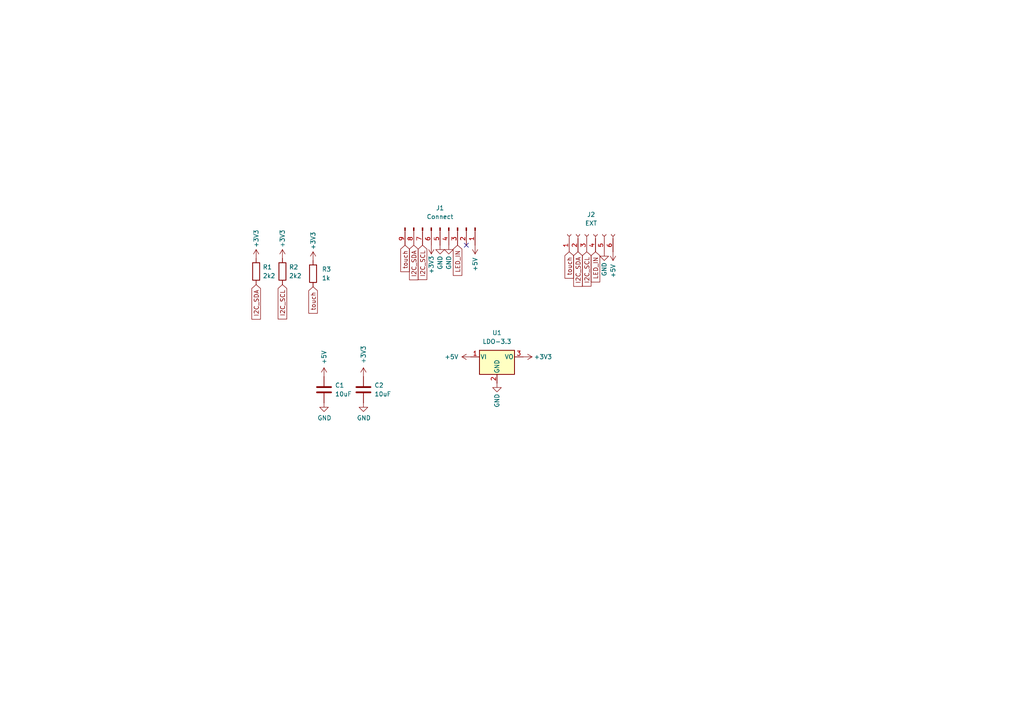
<source format=kicad_sch>
(kicad_sch (version 20211123) (generator eeschema)
  (paper "A4")
  (lib_symbols
    (symbol "Connector:Conn_01x06_Female" (pin_names (offset 1.016) hide)
      (property "Reference" "J" (at 0 7.62 0))
      (property "Value" "Conn_01x06_Female" (at 0 -10.16 0))
      (symbol "Conn_01x06_Female_1_1"
        (arc (start 0 -7.112) (mid -0.508 -7.62) (end 0 -8.128) (stroke (width 0.1524)))
        (arc (start 0 -4.572) (mid -0.508 -5.08) (end 0 -5.588) (stroke (width 0.1524)))
        (arc (start 0 -2.032) (mid -0.508 -2.54) (end 0 -3.048) (stroke (width 0.1524)))
        (polyline (pts (xy -1.27 -7.62) (xy -0.508 -7.62)) (stroke (width 0.1524)))
        (polyline (pts (xy -1.27 -5.08) (xy -0.508 -5.08)) (stroke (width 0.1524)))
        (polyline (pts (xy -1.27 -2.54) (xy -0.508 -2.54)) (stroke (width 0.1524)))
        (polyline (pts (xy -1.27 0) (xy -0.508 0)) (stroke (width 0.1524)))
        (polyline (pts (xy -1.27 2.54) (xy -0.508 2.54)) (stroke (width 0.1524)))
        (polyline (pts (xy -1.27 5.08) (xy -0.508 5.08)) (stroke (width 0.1524)))
        (arc (start 0 0.508) (mid -0.508 0) (end 0 -0.508) (stroke (width 0.1524)))
        (arc (start 0 3.048) (mid -0.508 2.54) (end 0 2.032) (stroke (width 0.1524)))
        (arc (start 0 5.588) (mid -0.508 5.08) (end 0 4.572) (stroke (width 0.1524)))
        (pin passive line (at -5.08 5.08 0) (length 3.81) (name "Pin_1") (number "1"))
        (pin passive line (at -5.08 2.54 0) (length 3.81) (name "Pin_2") (number "2"))
        (pin passive line (at -5.08 0 0) (length 3.81) (name "Pin_3") (number "3"))
        (pin passive line (at -5.08 -2.54 0) (length 3.81) (name "Pin_4") (number "4"))
        (pin passive line (at -5.08 -5.08 0) (length 3.81) (name "Pin_5") (number "5"))
        (pin passive line (at -5.08 -7.62 0) (length 3.81) (name "Pin_6") (number "6"))
      )
    )
    (symbol "Connector:Conn_01x09_Male" (pin_names (offset 1.016) hide)
      (property "Reference" "J" (at 0 12.7 0))
      (property "Value" "Conn_01x09_Male" (at 0 -12.7 0))
      (symbol "Conn_01x09_Male_1_1"
        (polyline (pts (xy 1.27 -10.16) (xy 0.8636 -10.16)) (stroke (width 0.1524)))
        (polyline (pts (xy 1.27 -7.62) (xy 0.8636 -7.62)) (stroke (width 0.1524)))
        (polyline (pts (xy 1.27 -5.08) (xy 0.8636 -5.08)) (stroke (width 0.1524)))
        (polyline (pts (xy 1.27 -2.54) (xy 0.8636 -2.54)) (stroke (width 0.1524)))
        (polyline (pts (xy 1.27 0) (xy 0.8636 0)) (stroke (width 0.1524)))
        (polyline (pts (xy 1.27 2.54) (xy 0.8636 2.54)) (stroke (width 0.1524)))
        (polyline (pts (xy 1.27 5.08) (xy 0.8636 5.08)) (stroke (width 0.1524)))
        (polyline (pts (xy 1.27 7.62) (xy 0.8636 7.62)) (stroke (width 0.1524)))
        (polyline (pts (xy 1.27 10.16) (xy 0.8636 10.16)) (stroke (width 0.1524)))
        (rectangle (start 0.8636 -10.033) (end 0 -10.287) (stroke (width 0.1524)) (fill (type outline)))
        (rectangle (start 0.8636 -7.493) (end 0 -7.747) (stroke (width 0.1524)) (fill (type outline)))
        (rectangle (start 0.8636 -4.953) (end 0 -5.207) (stroke (width 0.1524)) (fill (type outline)))
        (rectangle (start 0.8636 -2.413) (end 0 -2.667) (stroke (width 0.1524)) (fill (type outline)))
        (rectangle (start 0.8636 0.127) (end 0 -0.127) (stroke (width 0.1524)) (fill (type outline)))
        (rectangle (start 0.8636 2.667) (end 0 2.413) (stroke (width 0.1524)) (fill (type outline)))
        (rectangle (start 0.8636 5.207) (end 0 4.953) (stroke (width 0.1524)) (fill (type outline)))
        (rectangle (start 0.8636 7.747) (end 0 7.493) (stroke (width 0.1524)) (fill (type outline)))
        (rectangle (start 0.8636 10.287) (end 0 10.033) (stroke (width 0.1524)) (fill (type outline)))
        (pin passive line (at 5.08 10.16 180) (length 3.81) (name "Pin_1") (number "1"))
        (pin passive line (at 5.08 7.62 180) (length 3.81) (name "Pin_2") (number "2"))
        (pin passive line (at 5.08 5.08 180) (length 3.81) (name "Pin_3") (number "3"))
        (pin passive line (at 5.08 2.54 180) (length 3.81) (name "Pin_4") (number "4"))
        (pin passive line (at 5.08 0 180) (length 3.81) (name "Pin_5") (number "5"))
        (pin passive line (at 5.08 -2.54 180) (length 3.81) (name "Pin_6") (number "6"))
        (pin passive line (at 5.08 -5.08 180) (length 3.81) (name "Pin_7") (number "7"))
        (pin passive line (at 5.08 -7.62 180) (length 3.81) (name "Pin_8") (number "8"))
        (pin passive line (at 5.08 -10.16 180) (length 3.81) (name "Pin_9") (number "9"))
      )
    )
    (symbol "Device:C" (pin_numbers hide) (pin_names (offset 0.254))
      (property "Reference" "C" (at 0.635 2.54 0))
      (property "Value" "C" (at 0.635 -2.54 0))
      (symbol "C_0_1"
        (polyline (pts (xy -2.032 -0.762) (xy 2.032 -0.762)) (stroke (width 0.508)))
        (polyline (pts (xy -2.032 0.762) (xy 2.032 0.762)) (stroke (width 0.508)))
      )
      (symbol "C_1_1"
        (pin passive line (at 0 3.81 270) (length 2.794) (name "~") (number "1"))
        (pin passive line (at 0 -3.81 90) (length 2.794) (name "~") (number "2"))
      )
    )
    (symbol "Device:R" (pin_numbers hide) (pin_names (offset 0))
      (property "Reference" "R" (at 2.032 0 90))
      (property "Value" "R" (at 0 0 90))
      (symbol "R_0_1"
        (rectangle (start -1.016 -2.54) (end 1.016 2.54) (stroke (width 0.254)))
      )
      (symbol "R_1_1"
        (pin passive line (at 0 3.81 270) (length 1.27) (name "~") (number "1"))
        (pin passive line (at 0 -3.81 90) (length 1.27) (name "~") (number "2"))
      )
    )
    (symbol "Regulator_Linear:LF50_TO252" (pin_names (offset 0.254))
      (property "Reference" "U" (at -3.81 3.175 0))
      (property "Value" "LF50_TO252" (at 0 3.175 0))
      (symbol "LF50_TO252_0_1"
        (rectangle (start -5.08 1.905) (end 5.08 -5.08) (stroke (width 0.254)) (fill (type background)))
      )
      (symbol "LF50_TO252_1_1"
        (pin power_in line (at -7.62 0 0) (length 2.54) (name "VI") (number "1"))
        (pin power_in line (at 0 -7.62 90) (length 2.54) (name "GND") (number "2"))
        (pin power_out line (at 7.62 0 180) (length 2.54) (name "VO") (number "3"))
      )
    )
    (symbol "power:+3.3V" (power) (pin_names (offset 0))
      (property "Value" "+3.3V" (at 0 3.556 0))
      (symbol "+3.3V_0_1"
        (polyline (pts (xy -0.762 1.27) (xy 0 2.54)))
        (polyline (pts (xy 0 0) (xy 0 2.54)))
        (polyline (pts (xy 0 2.54) (xy 0.762 1.27)))
      )
      (symbol "+3.3V_1_1"
        (pin power_in line (at 0 0 90) (length 0) hide (name "+3V3") (number "1"))
      )
    )
    (symbol "power:+5V" (power) (pin_names (offset 0))
      (property "Value" "+5V" (at 0 3.556 0))
      (symbol "+5V_0_1"
        (polyline (pts (xy -0.762 1.27) (xy 0 2.54)))
        (polyline (pts (xy 0 0) (xy 0 2.54)))
        (polyline (pts (xy 0 2.54) (xy 0.762 1.27)))
      )
      (symbol "+5V_1_1"
        (pin power_in line (at 0 0 90) (length 0) hide (name "+5V") (number "1"))
      )
    )
    (symbol "power:GND" (power) (pin_names (offset 0))
      (property "Value" "GND" (at 0 -3.81 0))
      (symbol "GND_0_1"
        (polyline (pts (xy 0 0) (xy 0 -1.27) (xy 1.27 -1.27) (xy 0 -2.54) (xy -1.27 -1.27) (xy 0 -1.27)))
      )
      (symbol "GND_1_1"
        (pin power_in line (at 0 0 270) (length 0) hide (name "GND") (number "1"))
      )
    )
  )
  (no_connect (at 135.255 71.12))
  (global_label "I2C_SDA" (shape input) (at 120.015 71.12 270) (property "Intersheet References" "${INTERSHEET_REFS}" (effects hide)))
  (global_label "touch" (shape input) (at 165.1 73.025 270) (property "Intersheet References" "${INTERSHEET_REFS}" (effects hide)))
  (global_label "I2C_SDA" (shape input) (at 167.64 73.025 270) (property "Intersheet References" "${INTERSHEET_REFS}" (effects hide)))
  (global_label "LED_IN" (shape input) (at 172.72 73.025 270) (property "Intersheet References" "${INTERSHEET_REFS}" (effects hide)))
  (global_label "I2C_SDA" (shape input) (at 74.295 82.55 270) (property "Intersheet References" "${INTERSHEET_REFS}" (effects hide)))
  (global_label "I2C_SCL" (shape input) (at 81.915 82.55 270) (property "Intersheet References" "${INTERSHEET_REFS}" (effects hide)))
  (global_label "touch" (shape input) (at 117.475 71.12 270) (property "Intersheet References" "${INTERSHEET_REFS}" (effects hide)))
  (global_label "LED_IN" (shape input) (at 132.715 71.12 270) (property "Intersheet References" "${INTERSHEET_REFS}" (effects hide)))
  (global_label "touch" (shape input) (at 90.805 83.185 270) (property "Intersheet References" "${INTERSHEET_REFS}" (effects hide)))
  (global_label "I2C_SCL" (shape input) (at 122.555 71.12 270) (property "Intersheet References" "${INTERSHEET_REFS}" (effects hide)))
  (global_label "I2C_SCL" (shape input) (at 170.18 73.025 270) (property "Intersheet References" "${INTERSHEET_REFS}" (effects hide)))
  (symbol (lib_id "power:GND") (at 105.41 116.84 0) (unit 1)
    (property "Reference" "#PWR016" (effects hide))
    (property "Value" "GND" (at 105.537 121.2342 0))
  )
  (symbol (lib_id "Device:R") (at 81.915 78.74 180) (unit 1)
    (property "Reference" "R2" (at 83.82 77.4699 0) (effects (justify right)))
    (property "Value" "2k2" (at 83.82 80.0099 0) (effects (justify right)))
    (property "Footprint" "Resistor_SMD:R_0603_1608Metric" (effects hide))
  )
  (symbol (lib_id "power:+5V") (at 93.98 109.22 0) (unit 1)
    (property "Reference" "#PWR012" (effects hide))
    (property "Value" "+5V" (at 93.98 101.6 90) (effects (justify right)))
  )
  (symbol (lib_id "Regulator_Linear:LF50_TO252") (at 144.145 103.505 0) (unit 1)
    (property "Reference" "U1" (at 144.145 96.52 0))
    (property "Value" "LDO-3.3" (at 144.145 99.06 0))
    (property "Footprint" "Package_TO_SOT_SMD:TO-252-2" (effects hide))
    (property "Datasheet" "http://www.st.com/content/ccc/resource/technical/document/datasheet/c4/0e/7e/2a/be/bc/4c/bd/CD00000546.pdf/files/CD00000546.pdf/jcr:content/translations/en.CD00000546.pdf" (effects hide))
  )
  (symbol (lib_id "Device:C") (at 105.41 113.03 0) (unit 1)
    (property "Reference" "C2" (at 108.585 111.7599 0) (effects (justify left)))
    (property "Value" "10uF" (at 108.585 114.2999 0) (effects (justify left)))
    (property "Footprint" "Capacitor_SMD:C_0805_2012Metric" (effects hide))
  )
  (symbol (lib_id "Connector:Conn_01x06_Female") (at 170.18 67.945 90) (unit 1)
    (property "Reference" "J2" (at 171.45 62.23 90))
    (property "Value" "EXT" (at 171.45 64.77 90))
    (property "Footprint" "Connector_PinSocket_2.54mm:PinSocket_1x06_P2.54mm_Vertical" (effects hide))
  )
  (symbol (lib_id "power:+5V") (at 137.795 71.12 180) (unit 1)
    (property "Reference" "#PWR04" (effects hide))
    (property "Value" "+5V" (at 137.795 78.74 90) (effects (justify right)))
  )
  (symbol (lib_id "Device:R") (at 74.295 78.74 180) (unit 1)
    (property "Reference" "R1" (at 76.2 77.4699 0) (effects (justify right)))
    (property "Value" "2k2" (at 76.2 80.0099 0) (effects (justify right)))
    (property "Footprint" "Resistor_SMD:R_0603_1608Metric" (effects hide))
  )
  (symbol (lib_id "power:GND") (at 127.635 71.12 0) (unit 1)
    (property "Reference" "#PWR02" (effects hide))
    (property "Value" "GND" (at 127.635 76.2 90))
  )
  (symbol (lib_id "Device:R") (at 90.805 79.375 180) (unit 1)
    (property "Reference" "R3" (at 93.345 78.1049 0) (effects (justify right)))
    (property "Value" "1k" (at 93.345 80.6449 0) (effects (justify right)))
    (property "Footprint" "Resistor_SMD:R_0603_1608Metric" (effects hide))
  )
  (symbol (lib_id "power:+5V") (at 136.525 103.505 90) (unit 1)
    (property "Reference" "#PWR010" (effects hide))
    (property "Value" "+5V" (at 128.905 103.505 90) (effects (justify right)))
  )
  (symbol (lib_id "power:GND") (at 144.145 111.125 0) (unit 1)
    (property "Reference" "#PWR014" (effects hide))
    (property "Value" "GND" (at 144.145 116.205 90))
  )
  (symbol (lib_id "power:+3.3V") (at 151.765 103.505 270) (unit 1)
    (property "Reference" "#PWR011" (effects hide))
    (property "Value" "+3.3V" (at 157.48 103.505 90))
  )
  (symbol (lib_id "power:+3.3V") (at 125.095 71.12 180) (unit 1)
    (property "Reference" "#PWR01" (effects hide))
    (property "Value" "+3.3V" (at 125.095 76.835 90))
  )
  (symbol (lib_id "Connector:Conn_01x09_Male") (at 127.635 66.04 270) (unit 1)
    (property "Reference" "J1" (at 127.635 60.325 90))
    (property "Value" "Connect" (at 127.635 62.865 90))
    (property "Footprint" "fsr:1x09_EdgeConnect_Flip" (effects hide))
  )
  (symbol (lib_id "power:GND") (at 130.175 71.12 0) (unit 1)
    (property "Reference" "#PWR03" (effects hide))
    (property "Value" "GND" (at 130.175 76.2 90))
  )
  (symbol (lib_id "power:+3.3V") (at 74.295 74.93 0) (unit 1)
    (property "Reference" "#PWR07" (effects hide))
    (property "Value" "+3.3V" (at 74.295 69.215 90))
  )
  (symbol (lib_id "power:+3.3V") (at 90.805 75.565 0) (unit 1)
    (property "Reference" "#PWR09" (effects hide))
    (property "Value" "+3.3V" (at 90.805 69.85 90))
  )
  (symbol (lib_id "Device:C") (at 93.98 113.03 0) (unit 1)
    (property "Reference" "C1" (at 97.155 111.7599 0) (effects (justify left)))
    (property "Value" "10uF" (at 97.155 114.2999 0) (effects (justify left)))
    (property "Footprint" "Capacitor_SMD:C_0805_2012Metric" (effects hide))
  )
  (symbol (lib_id "power:+3.3V") (at 81.915 74.93 0) (unit 1)
    (property "Reference" "#PWR08" (effects hide))
    (property "Value" "+3.3V" (at 81.915 69.215 90))
  )
  (symbol (lib_id "power:+3.3V") (at 105.41 109.22 0) (unit 1)
    (property "Reference" "#PWR013" (effects hide))
    (property "Value" "+3.3V" (at 105.41 102.87 90))
  )
  (symbol (lib_id "power:GND") (at 93.98 116.84 0) (unit 1)
    (property "Reference" "#PWR015" (effects hide))
    (property "Value" "GND" (at 94.107 121.2342 0))
  )
  (symbol (lib_id "power:GND") (at 175.26 73.025 0) (unit 1)
    (property "Reference" "#PWR05" (effects hide))
    (property "Value" "GND" (at 175.26 78.105 90))
  )
  (symbol (lib_id "power:+5V") (at 177.8 73.025 180) (unit 1)
    (property "Reference" "#PWR06" (effects hide))
    (property "Value" "+5V" (at 177.8 80.645 90) (effects (justify right)))
  )
)
</source>
